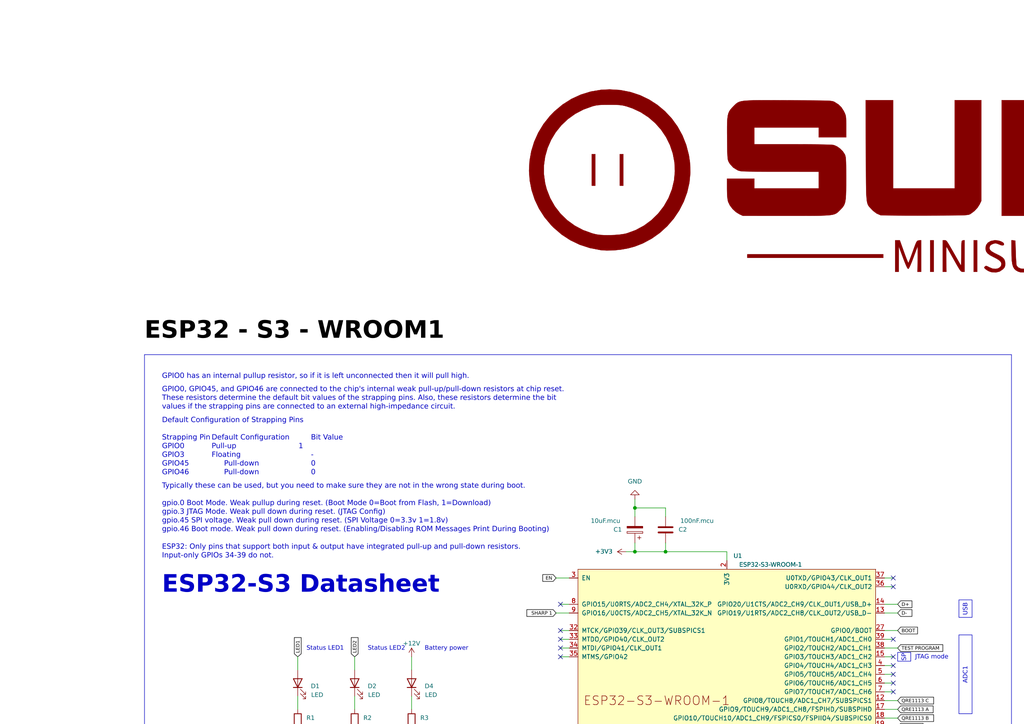
<source format=kicad_sch>
(kicad_sch (version 20231120) (generator "eeschema") (generator_version "8.0")
  (paper "A4")
  (title_block (title "SUMEC_MK_III") (company "SPŠ NA PROSEKU") (comment 1 "Made in Prague, Czech Republic") (comment 2 "CONTACT: Savva Popov, savva.popov.sp@gmail.com, +420 605 570 366") (comment 3 "Made by bismarx-v1") (comment 4 "SUMEC MK III aka SMD-V2 board"))
  (lib_symbols
    (symbol "Device:C" (pin_numbers hide) (pin_names (offset 0.254))
      (property "Reference" "C" (at 0.635 2.54 0))
      (property "Value" "C" (at 0.635 -2.54 0))
      (symbol "C_1_1"
        (pin passive line (at 0 3.81 270) (length 2.794) (name "~") (number "1"))
        (pin passive line (at 0 -3.81 90) (length 2.794) (name "~") (number "2"))
      )
    )
    (symbol "Device:C_Polarized" (pin_numbers hide) (pin_names (offset 0.254))
      (property "Reference" "C" (at 0.635 2.54 0))
      (property "Value" "C_Polarized" (at 0.635 -2.54 0))
      (symbol "C_Polarized_1_1"
        (pin passive line (at 0 3.81 270) (length 2.794) (name "~") (number "1"))
        (pin passive line (at 0 -3.81 90) (length 2.794) (name "~") (number "2"))
      )
    )
    (symbol "Device:D_Schottky" (pin_numbers hide) (pin_names (offset 1.016) hide)
      (property "Reference" "D" (at 0 2.54 0))
      (property "Value" "D_Schottky" (at 0 -2.54 0))
      (symbol "D_Schottky_1_1"
        (pin passive line (at -3.81 0 0) (length 2.54) (name "K") (number "1"))
        (pin passive line (at 3.81 0 180) (length 2.54) (name "A") (number "2"))
      )
    )
    (symbol "Device:LED" (pin_numbers hide) (pin_names (offset 1.016) hide)
      (property "Reference" "D" (at 0 2.54 0))
      (property "Value" "LED" (at 0 -2.54 0))
      (symbol "LED_1_1"
        (pin passive line (at -3.81 0 0) (length 2.54) (name "K") (number "1"))
        (pin passive line (at 3.81 0 180) (length 2.54) (name "A") (number "2"))
      )
    )
    (symbol "Device:R" (pin_numbers hide) (pin_names (offset 0))
      (property "Reference" "R" (at 2.032 0 90))
      (property "Value" "R" (at 0 0 90))
      (symbol "R_1_1"
        (pin passive line (at 0 3.81 270) (length 1.27) (name "~") (number "1"))
        (pin passive line (at 0 -3.81 90) (length 1.27) (name "~") (number "2"))
      )
    )
    (symbol "PCM_Espressif:ESP32-S3-WROOM-1" (pin_names (offset 1.016))
      (property "Reference" "U" (at -43.18 43.18 0))
      (property "Value" "ESP32-S3-WROOM-1" (at -43.18 40.64 0))
      (symbol "ESP32-S3-WROOM-1_0_0"
        (text "ESP32-S3-WROOM-1" (at -20.32 0 0) (effects (font (size 2.54 2.54))))
        (pin power_in line (at 0 -40.64 90) (length 2.54) (name "GND") (number "1"))
        (pin bidirectional line (at 45.72 -17.78 180) (length 2.54) (name "GPIO17/U1TXD/ADC2_CH6") (number "10"))
        (pin bidirectional line (at 45.72 -20.32 180) (length 2.54) (name "GPIO18/U1RXD/ADC2_CH7/CLK_OUT3") (number "11"))
        (pin bidirectional line (at 45.72 0 180) (length 2.54) (name "GPIO8/TOUCH8/ADC1_CH7/SUBSPICS1") (number "12"))
        (pin bidirectional line (at 45.72 25.4 180) (length 2.54) (name "GPIO19/U1RTS/ADC2_CH8/CLK_OUT2/USB_D-") (number "13"))
        (pin bidirectional line (at 45.72 27.94 180) (length 2.54) (name "GPIO20/U1CTS/ADC2_CH9/CLK_OUT1/USB_D+") (number "14"))
        (pin bidirectional line (at 45.72 12.7 180) (length 2.54) (name "GPIO3/TOUCH3/ADC1_CH2") (number "15"))
        (pin bidirectional line (at 45.72 -30.48 180) (length 2.54) (name "GPIO46") (number "16"))
        (pin bidirectional line (at 45.72 -2.54 180) (length 2.54) (name "GPIO9/TOUCH9/ADC1_CH8/FSPIHD/SUBSPIHD") (number "17"))
        (pin bidirectional line (at 45.72 -5.08 180) (length 2.54) (name "GPIO10/TOUCH10/ADC1_CH9/FSPICS0/FSPIIO4/SUBSPICS0") (number "18"))
        (pin bidirectional line (at 45.72 -7.62 180) (length 2.54) (name "GPIO11/TOUCH11/ADC2_CH0/FSPID/FSPIIO5/SUBSPID") (number "19"))
        (pin power_in line (at 0 40.64 270) (length 2.54) (name "3V3") (number "2"))
        (pin bidirectional line (at 45.72 -10.16 180) (length 2.54) (name "GPIO12/TOUCH12/ADC2_CH1/FSPICLK/FSPIIO6/SUBSPICLK") (number "20"))
        (pin bidirectional line (at 45.72 -12.7 180) (length 2.54) (name "GPIO13/TOUCH13/ADC2_CH2/FSPIQ/FSPIIO7/SUBSPIQ") (number "21"))
        (pin bidirectional line (at 45.72 -15.24 180) (length 2.54) (name "GPIO14/TOUCH14/ADC2_CH3/FSPIWP/FSPIDQS/SUBSPIWP") (number "22"))
        (pin bidirectional line (at 45.72 -22.86 180) (length 2.54) (name "GPIO21") (number "23"))
        (pin bidirectional line (at 45.72 -33.02 180) (length 2.54) (name "GPIO47/SPICLK_P/SUBSPICLK_P_DIFF") (number "24"))
        (pin bidirectional line (at 45.72 -35.56 180) (length 2.54) (name "GPIO48/SPICLK_N/SUBSPICLK_N_DIFF") (number "25"))
        (pin bidirectional line (at 45.72 -27.94 180) (length 2.54) (name "GPIO45") (number "26"))
        (pin bidirectional line (at 45.72 20.32 180) (length 2.54) (name "GPIO0/BOOT") (number "27"))
        (pin bidirectional line (at -45.72 -30.48 0) (length 2.54) (name "SPIIO6/GPIO35/FSPID/SUBSPID") (number "28"))
        (pin bidirectional line (at -45.72 -33.02 0) (length 2.54) (name "SPIIO7/GPIO36/FSPICLK/SUBSPICLK") (number "29"))
        (pin input line (at -45.72 35.56 0) (length 2.54) (name "EN") (number "3"))
        (pin bidirectional line (at -45.72 -35.56 0) (length 2.54) (name "SPIDQS/GPIO37/FSPIQ/SUBSPIQ") (number "30"))
        (pin bidirectional line (at 45.72 -25.4 180) (length 2.54) (name "GPIO38/FSPIWP/SUBSPIWP") (number "31"))
        (pin bidirectional line (at -45.72 20.32 0) (length 2.54) (name "MTCK/GPIO39/CLK_OUT3/SUBSPICS1") (number "32"))
        (pin bidirectional line (at -45.72 17.78 0) (length 2.54) (name "MTDO/GPIO40/CLK_OUT2") (number "33"))
        (pin bidirectional line (at -45.72 15.24 0) (length 2.54) (name "MTDI/GPIO41/CLK_OUT1") (number "34"))
        (pin bidirectional line (at -45.72 12.7 0) (length 2.54) (name "MTMS/GPIO42") (number "35"))
        (pin bidirectional line (at 45.72 33.02 180) (length 2.54) (name "U0RXD/GPIO44/CLK_OUT2") (number "36"))
        (pin bidirectional line (at 45.72 35.56 180) (length 2.54) (name "U0TXD/GPIO43/CLK_OUT1") (number "37"))
        (pin bidirectional line (at 45.72 15.24 180) (length 2.54) (name "GPIO2/TOUCH2/ADC1_CH1") (number "38"))
        (pin bidirectional line (at 45.72 17.78 180) (length 2.54) (name "GPIO1/TOUCH1/ADC1_CH0") (number "39"))
        (pin bidirectional line (at 45.72 10.16 180) (length 2.54) (name "GPIO4/TOUCH4/ADC1_CH3") (number "4"))
        (pin passive line (at 0 -40.64 90) (length 2.54) hide (name "GND") (number "40"))
        (pin passive line (at 0 -40.64 90) (length 2.54) hide (name "GND") (number "41"))
        (pin bidirectional line (at 45.72 7.62 180) (length 2.54) (name "GPIO5/TOUCH5/ADC1_CH4") (number "5"))
        (pin bidirectional line (at 45.72 5.08 180) (length 2.54) (name "GPIO6/TOUCH6/ADC1_CH5") (number "6"))
        (pin bidirectional line (at 45.72 2.54 180) (length 2.54) (name "GPIO7/TOUCH7/ADC1_CH6") (number "7"))
        (pin bidirectional line (at -45.72 27.94 0) (length 2.54) (name "GPIO15/U0RTS/ADC2_CH4/XTAL_32K_P") (number "8"))
        (pin bidirectional line (at -45.72 25.4 0) (length 2.54) (name "GPIO16/U0CTS/ADC2_CH5/XTAL_32K_N") (number "9"))
      )
    )
    (symbol "Switch:SW_Push" (pin_numbers hide) (pin_names (offset 1.016) hide)
      (property "Reference" "SW" (at 1.27 2.54 0))
      (property "Value" "SW_Push" (at 0 -1.524 0))
      (symbol "SW_Push_0_1"
        (pin passive line (at -5.08 0 0) (length 2.54) (name "1") (number "1"))
        (pin passive line (at 5.08 0 180) (length 2.54) (name "2") (number "2"))
      )
    )
    (symbol "logo:LOGO" (pin_names (offset 1.016)))
    (symbol "power:+12V" (power) (pin_names (offset 0))
      (property "Value" "+12V" (at 0 3.556 0))
      (symbol "+12V_1_1"
        (pin power_in line (at 0 0 90) (length 0) hide (name "+12V") (number "1"))
      )
    )
    (symbol "power:+3V3" (power) (pin_names (offset 0))
      (property "Value" "+3V3" (at 0 3.556 0))
      (symbol "+3V3_1_1"
        (pin power_in line (at 0 0 90) (length 0) hide (name "+3V3") (number "1"))
      )
    )
    (symbol "power:GND" (power) (pin_names (offset 0))
      (property "Value" "GND" (at 0 -3.81 0))
      (symbol "GND_1_1"
        (pin power_in line (at 0 0 270) (length 0) hide (name "GND") (number "1"))
      )
    )
    (symbol "sumec_library:DRV8874PWPR"
      (property "Reference" "IC" (at 31.75 7.62 0))
      (property "Value" "DRV8874PWPR" (at 31.75 5.08 0))
      (symbol "DRV8874PWPR_1_1"
        (pin passive line (at 0 0 0) (length 5.08) (name "EN/IN1") (number "1"))
        (pin passive line (at 35.56 -15.24 180) (length 5.08) (name "OUT2") (number "10"))
        (pin passive line (at 35.56 -12.7 180) (length 5.08) (name "VM") (number "11"))
        (pin passive line (at 35.56 -10.16 180) (length 5.08) (name "VCP") (number "12"))
        (pin passive line (at 35.56 -7.62 180) (length 5.08) (name "CPH") (number "13"))
        (pin passive line (at 35.56 -5.08 180) (length 5.08) (name "CPL") (number "14"))
        (pin passive line (at 35.56 -2.54 180) (length 5.08) (name "GND") (number "15"))
        (pin passive line (at 35.56 0 180) (length 5.08) (name "PMODE") (number "16"))
        (pin passive line (at 17.78 -30.48 90) (length 5.08) (name "EP") (number "17"))
        (pin passive line (at 0 -2.54 0) (length 5.08) (name "PH/IN2") (number "2"))
        (pin passive line (at 0 -5.08 0) (length 5.08) (name "NSLEEP") (number "3"))
        (pin passive line (at 0 -7.62 0) (length 5.08) (name "NFAULT") (number "4"))
        (pin passive line (at 0 -10.16 0) (length 5.08) (name "VREF") (number "5"))
        (pin passive line (at 0 -12.7 0) (length 5.08) (name "IPROPI") (number "6"))
        (pin passive line (at 0 -15.24 0) (length 5.08) (name "IMODE") (number "7"))
        (pin passive line (at 0 -17.78 0) (length 5.08) (name "OUT1") (number "8"))
        (pin passive line (at 35.56 -17.78 180) (length 5.08) (name "PGND") (number "9"))
      )
    )
    (symbol "sumec_library:TYPE-C-31-M-12" (pin_names (offset 1.016))
      (property "Reference" "J" (at -12.7 13.462 0))
      (property "Value" "TYPE-C-31-M-12" (at -12.7 -13.462 0))
      (symbol "TYPE-C-31-M-12_0_0"
        (pin power_in line (at 17.78 -10.16 180) (length 5.08) (name "GND") (number "A1_B12"))
        (pin power_in line (at 17.78 10.16 180) (length 5.08) (name "VBUS") (number "A4_B9"))
        (pin bidirectional line (at -17.78 5.08 0) (length 5.08) (name "CC1") (number "A5"))
        (pin bidirectional line (at -17.78 2.54 0) (length 5.08) (name "DP1") (number "A6"))
        (pin bidirectional line (at -17.78 0 0) (length 5.08) (name "DN1") (number "A7"))
        (pin bidirectional line (at -17.78 -2.54 0) (length 5.08) (name "SBU1") (number "A8"))
        (pin power_in line (at 17.78 -10.16 180) (length 5.08) (name "GND") (number "B1_A12"))
        (pin power_in line (at 17.78 10.16 180) (length 5.08) (name "VBUS") (number "B4_A9"))
        (pin bidirectional line (at 17.78 -2.54 180) (length 5.08) (name "CC2") (number "B5"))
        (pin bidirectional line (at 17.78 0 180) (length 5.08) (name "DP2") (number "B6"))
        (pin bidirectional line (at 17.78 2.54 180) (length 5.08) (name "DN2") (number "B7"))
        (pin bidirectional line (at 17.78 5.08 180) (length 5.08) (name "SBU2") (number "B8"))
        (pin passive line (at 17.78 -7.62 180) (length 5.08) (name "SHIELD") (number "S1"))
        (pin passive line (at 17.78 -7.62 180) (length 5.08) (name "SHIELD") (number "S2"))
        (pin passive line (at 17.78 -7.62 180) (length 5.08) (name "SHIELD") (number "S3"))
        (pin passive line (at 17.78 -7.62 180) (length 5.08) (name "SHIELD") (number "S4"))
      )
    )
    (symbol "sumec_library:USBLC6-2SC6" (pin_names (offset 1.016))
      (property "Reference" "U" (at -15.2693 17.8093 0))
      (property "Value" "USBLC6-2SC6" (at -15.2559 -17.7959 0))
      (symbol "USBLC6-2SC6_0_0"
        (pin bidirectional line (at -20.32 12.7 0) (length 5.08) (name "~") (number "1"))
        (pin power_in line (at -20.32 0 0) (length 5.08) (name "~") (number "2"))
        (pin bidirectional line (at -20.32 -12.7 0) (length 5.08) (name "~") (number "3"))
        (pin bidirectional line (at 20.32 -12.7 180) (length 5.08) (name "~") (number "4"))
        (pin power_in line (at 20.32 0 180) (length 5.08) (name "~") (number "5"))
        (pin bidirectional line (at 20.32 12.7 180) (length 5.08) (name "~") (number "6"))
      )
    )
  )
  (junction (at 199.39 334.01))
  (junction (at 232.41 303.53))
  (junction (at 246.38 303.53))
  (junction (at 193.04 160.02))
  (junction (at 236.22 358.14))
  (junction (at 238.76 314.96))
  (junction (at 243.84 346.71))
  (junction (at 218.44 303.53))
  (junction (at 229.87 346.71))
  (junction (at 184.15 147.32))
  (junction (at 218.44 346.71))
  (junction (at 516.89 139.7))
  (junction (at 412.75 149.86))
  (junction (at 199.39 290.83))
  (junction (at 508 222.25))
  (junction (at 472.44 222.25))
  (junction (at 495.3 228.6))
  (junction (at 485.14 228.6))
  (junction (at 184.15 160.02))
  (no_connect (at 457.2 142.24))
  (no_connect (at 420.37 134.62))
  (no_connect (at 162.56 182.88))
  (no_connect (at 259.08 198.12))
  (no_connect (at 259.08 233.68))
  (no_connect (at 162.56 187.96))
  (no_connect (at 161.29 346.71))
  (no_connect (at 259.08 167.64))
  (no_connect (at 259.08 200.66))
  (no_connect (at 420.37 142.24))
  (no_connect (at 161.29 344.17))
  (no_connect (at 259.08 190.5))
  (no_connect (at 161.29 306.07))
  (no_connect (at 162.56 238.76))
  (no_connect (at 161.29 349.25))
  (no_connect (at 161.29 300.99))
  (no_connect (at 161.29 303.53))
  (no_connect (at 259.08 170.18))
  (no_connect (at 161.29 341.63))
  (no_connect (at 162.56 190.5))
  (no_connect (at 457.2 134.62))
  (no_connect (at 162.56 236.22))
  (no_connect (at 162.56 175.26))
  (no_connect (at 161.29 298.45))
  (no_connect (at 259.08 185.42))
  (no_connect (at 259.08 231.14))
  (no_connect (at 162.56 185.42))
  (no_connect (at 259.08 193.04))
  (no_connect (at 259.08 195.58))
  (wire (pts (xy 420.37 139.7) (xy 421.64 139.7)))
  (wire (pts (xy 259.08 233.68) (xy 256.54 233.68)))
  (polyline (pts (xy 41.91 280.67) (xy 41.91 373.38)))
  (wire (pts (xy 236.22 360.68) (xy 236.22 358.14)))
  (wire (pts (xy 161.29 300.99) (xy 162.56 300.99)))
  (wire (pts (xy 238.76 317.5) (xy 238.76 314.96)))
  (wire (pts (xy 412.75 152.4) (xy 412.75 149.86)))
  (wire (pts (xy 256.54 187.96) (xy 260.35 187.96)))
  (wire (pts (xy 218.44 346.71) (xy 229.87 346.71)))
  (polyline (pts (xy 530.86 265.43) (xy 350.52 265.43)))
  (wire (pts (xy 199.39 334.01) (xy 199.39 336.55)))
  (wire (pts (xy 256.54 205.74) (xy 260.35 205.74)))
  (wire (pts (xy 256.54 185.42) (xy 259.08 185.42)))
  (wire (pts (xy 256.54 208.28) (xy 260.35 208.28)))
  (polyline (pts (xy 350.52 172.72) (xy 530.86 172.72)))
  (wire (pts (xy 162.56 175.26) (xy 165.1 175.26)))
  (wire (pts (xy 161.29 306.07) (xy 162.56 306.07)))
  (wire (pts (xy 256.54 210.82) (xy 260.35 210.82)))
  (wire (pts (xy 86.36 190.5) (xy 86.36 194.31)))
  (wire (pts (xy 256.54 223.52) (xy 260.35 223.52)))
  (polyline (pts (xy 350.52 190.5) (xy 350.52 265.43)))
  (wire (pts (xy 472.44 222.25) (xy 473.71 222.25)))
  (wire (pts (xy 161.29 349.25) (xy 162.56 349.25)))
  (wire (pts (xy 259.08 231.14) (xy 256.54 231.14)))
  (wire (pts (xy 217.17 344.17) (xy 218.44 344.17)))
  (wire (pts (xy 203.2 290.83) (xy 199.39 290.83)))
  (wire (pts (xy 232.41 303.53) (xy 232.41 306.07)))
  (wire (pts (xy 161.29 295.91) (xy 162.56 295.91)))
  (wire (pts (xy 458.47 139.7) (xy 457.2 139.7)))
  (wire (pts (xy 193.04 147.32) (xy 184.15 147.32)))
  (wire (pts (xy 256.54 175.26) (xy 260.35 175.26)))
  (wire (pts (xy 198.12 295.91) (xy 201.93 295.91)))
  (wire (pts (xy 161.29 346.71) (xy 162.56 346.71)))
  (wire (pts (xy 412.75 149.86) (xy 421.64 149.86)))
  (wire (pts (xy 160.02 233.68) (xy 165.1 233.68)))
  (wire (pts (xy 256.54 200.66) (xy 259.08 200.66)))
  (wire (pts (xy 464.82 127) (xy 466.09 127)))
  (wire (pts (xy 161.29 344.17) (xy 162.56 344.17)))
  (wire (pts (xy 472.44 222.25) (xy 472.44 228.6)))
  (wire (pts (xy 259.08 195.58) (xy 256.54 195.58)))
  (wire (pts (xy 198.12 298.45) (xy 210.82 298.45)))
  (wire (pts (xy 198.12 339.09) (xy 201.93 339.09)))
  (wire (pts (xy 210.82 295.91) (xy 209.55 295.91)))
  (wire (pts (xy 102.87 190.5) (xy 102.87 194.31)))
  (wire (pts (xy 508 222.25) (xy 513.08 222.25)))
  (wire (pts (xy 119.38 213.36) (xy 119.38 218.44)))
  (polyline (pts (xy 293.37 280.67) (xy 293.37 373.38)))
  (wire (pts (xy 259.08 190.5) (xy 256.54 190.5)))
  (wire (pts (xy 193.04 160.02) (xy 193.04 157.48)))
  (wire (pts (xy 162.56 236.22) (xy 165.1 236.22)))
  (wire (pts (xy 256.54 203.2) (xy 260.35 203.2)))
  (wire (pts (xy 198.12 334.01) (xy 199.39 334.01)))
  (wire (pts (xy 161.29 336.55) (xy 162.56 336.55)))
  (polyline (pts (xy 293.37 102.87) (xy 293.37 265.43)))
  (wire (pts (xy 485.14 231.14) (xy 485.14 228.6)))
  (wire (pts (xy 86.36 201.93) (xy 86.36 205.74)))
  (wire (pts (xy 236.22 358.14) (xy 229.87 358.14)))
  (wire (pts (xy 198.12 290.83) (xy 199.39 290.83)))
  (wire (pts (xy 256.54 218.44) (xy 260.35 218.44)))
  (wire (pts (xy 161.29 298.45) (xy 162.56 298.45)))
  (wire (pts (xy 259.08 193.04) (xy 256.54 193.04)))
  (wire (pts (xy 495.3 222.25) (xy 495.3 228.6)))
  (wire (pts (xy 218.44 300.99) (xy 218.44 303.53)))
  (wire (pts (xy 243.84 346.71) (xy 243.84 349.25)))
  (wire (pts (xy 256.54 170.18) (xy 259.08 170.18)))
  (wire (pts (xy 184.15 147.32) (xy 184.15 144.78)))
  (wire (pts (xy 86.36 213.36) (xy 86.36 218.44)))
  (wire (pts (xy 420.37 134.62) (xy 421.64 134.62)))
  (wire (pts (xy 198.12 303.53) (xy 218.44 303.53)))
  (wire (pts (xy 199.39 290.83) (xy 199.39 293.37)))
  (wire (pts (xy 162.56 190.5) (xy 165.1 190.5)))
  (wire (pts (xy 246.38 314.96) (xy 246.38 313.69)))
  (wire (pts (xy 508 222.25) (xy 506.73 222.25)))
  (polyline (pts (xy 530.86 190.5) (xy 530.86 265.43)))
  (wire (pts (xy 199.39 293.37) (xy 198.12 293.37)))
  (wire (pts (xy 256.54 213.36) (xy 260.35 213.36)))
  (wire (pts (xy 495.3 231.14) (xy 495.3 228.6)))
  (wire (pts (xy 210.82 160.02) (xy 193.04 160.02)))
  (wire (pts (xy 495.3 228.6) (xy 497.84 228.6)))
  (wire (pts (xy 162.56 187.96) (xy 165.1 187.96)))
  (wire (pts (xy 217.17 300.99) (xy 218.44 300.99)))
  (wire (pts (xy 256.54 236.22) (xy 260.35 236.22)))
  (wire (pts (xy 515.62 127) (xy 516.89 127)))
  (wire (pts (xy 260.35 226.06) (xy 256.54 226.06)))
  (polyline (pts (xy 350.52 190.5) (xy 530.86 190.5)))
  (wire (pts (xy 184.15 160.02) (xy 184.15 157.48)))
  (wire (pts (xy 508 222.25) (xy 508 228.6)))
  (polyline (pts (xy 41.91 102.87) (xy 293.37 102.87)))
  (wire (pts (xy 256.54 220.98) (xy 260.35 220.98)))
  (wire (pts (xy 473.71 139.7) (xy 474.98 139.7)))
  (wire (pts (xy 184.15 160.02) (xy 181.61 160.02)))
  (wire (pts (xy 260.35 182.88) (xy 256.54 182.88)))
  (wire (pts (xy 210.82 245.11) (xy 210.82 243.84)))
  (wire (pts (xy 256.54 177.8) (xy 260.35 177.8)))
  (wire (pts (xy 229.87 346.71) (xy 229.87 349.25)))
  (wire (pts (xy 472.44 218.44) (xy 472.44 222.25)))
  (wire (pts (xy 161.29 290.83) (xy 162.56 290.83)))
  (wire (pts (xy 246.38 303.53) (xy 232.41 303.53)))
  (wire (pts (xy 198.12 344.17) (xy 209.55 344.17)))
  (wire (pts (xy 260.35 228.6) (xy 256.54 228.6)))
  (wire (pts (xy 119.38 201.93) (xy 119.38 205.74)))
  (wire (pts (xy 193.04 160.02) (xy 184.15 160.02)))
  (wire (pts (xy 161.29 334.01) (xy 162.56 334.01)))
  (polyline (pts (xy 41.91 280.67) (xy 293.37 280.67)))
  (wire (pts (xy 198.12 300.99) (xy 209.55 300.99)))
  (wire (pts (xy 473.71 127) (xy 474.98 127)))
  (wire (pts (xy 505.46 228.6) (xy 508 228.6)))
  (wire (pts (xy 210.82 160.02) (xy 210.82 162.56)))
  (wire (pts (xy 161.29 303.53) (xy 162.56 303.53)))
  (wire (pts (xy 180.34 365.76) (xy 180.34 364.49)))
  (wire (pts (xy 420.37 137.16) (xy 421.64 137.16)))
  (wire (pts (xy 198.12 341.63) (xy 210.82 341.63)))
  (wire (pts (xy 485.14 222.25) (xy 485.14 228.6)))
  (wire (pts (xy 210.82 295.91) (xy 210.82 298.45)))
  (wire (pts (xy 516.89 152.4) (xy 515.62 152.4)))
  (wire (pts (xy 161.29 177.8) (xy 165.1 177.8)))
  (wire (pts (xy 232.41 314.96) (xy 232.41 313.69)))
  (wire (pts (xy 466.09 222.25) (xy 472.44 222.25)))
  (wire (pts (xy 250.19 346.71) (xy 243.84 346.71)))
  (wire (pts (xy 193.04 149.86) (xy 193.04 147.32)))
  (polyline (pts (xy 41.91 102.87) (xy 41.91 265.43)))
  (wire (pts (xy 180.34 322.58) (xy 180.34 321.31)))
  (wire (pts (xy 243.84 346.71) (xy 229.87 346.71)))
  (polyline (pts (xy 530.86 172.72) (xy 530.86 102.87)))
  (wire (pts (xy 210.82 339.09) (xy 210.82 341.63)))
  (wire (pts (xy 518.16 139.7) (xy 516.89 139.7)))
  (wire (pts (xy 162.56 185.42) (xy 165.1 185.42)))
  (polyline (pts (xy 293.37 373.38) (xy 41.91 373.38)))
  (wire (pts (xy 161.29 167.64) (xy 165.1 167.64)))
  (wire (pts (xy 464.82 152.4) (xy 466.09 152.4)))
  (wire (pts (xy 198.12 346.71) (xy 218.44 346.71)))
  (wire (pts (xy 161.29 339.09) (xy 162.56 339.09)))
  (wire (pts (xy 199.39 336.55) (xy 198.12 336.55)))
  (wire (pts (xy 495.3 222.25) (xy 496.57 222.25)))
  (wire (pts (xy 256.54 238.76) (xy 260.35 238.76)))
  (wire (pts (xy 458.47 137.16) (xy 457.2 137.16)))
  (wire (pts (xy 256.54 215.9) (xy 260.35 215.9)))
  (wire (pts (xy 102.87 213.36) (xy 102.87 218.44)))
  (wire (pts (xy 218.44 303.53) (xy 232.41 303.53)))
  (wire (pts (xy 246.38 303.53) (xy 246.38 306.07)))
  (wire (pts (xy 420.37 142.24) (xy 421.64 142.24)))
  (wire (pts (xy 236.22 358.14) (xy 243.84 358.14)))
  (wire (pts (xy 474.98 228.6) (xy 472.44 228.6)))
  (wire (pts (xy 420.37 129.54) (xy 421.64 129.54)))
  (wire (pts (xy 243.84 358.14) (xy 243.84 356.87)))
  (wire (pts (xy 256.54 198.12) (xy 259.08 198.12)))
  (wire (pts (xy 485.14 228.6) (xy 482.6 228.6)))
  (polyline (pts (xy 350.52 102.87) (xy 350.52 172.72)))
  (wire (pts (xy 162.56 182.88) (xy 165.1 182.88)))
  (wire (pts (xy 238.76 314.96) (xy 246.38 314.96)))
  (wire (pts (xy 229.87 358.14) (xy 229.87 356.87)))
  (polyline (pts (xy 350.52 102.87) (xy 530.86 102.87)))
  (wire (pts (xy 252.73 303.53) (xy 246.38 303.53)))
  (wire (pts (xy 203.2 334.01) (xy 199.39 334.01)))
  (wire (pts (xy 256.54 167.64) (xy 259.08 167.64)))
  (wire (pts (xy 210.82 339.09) (xy 209.55 339.09)))
  (wire (pts (xy 184.15 149.86) (xy 184.15 147.32)))
  (polyline (pts (xy 293.37 265.43) (xy 41.91 265.43)))
  (wire (pts (xy 119.38 190.5) (xy 119.38 194.31)))
  (wire (pts (xy 472.44 210.82) (xy 472.44 209.55)))
  (wire (pts (xy 161.29 293.37) (xy 162.56 293.37)))
  (wire (pts (xy 516.89 139.7) (xy 515.62 139.7)))
  (wire (pts (xy 238.76 314.96) (xy 232.41 314.96)))
  (wire (pts (xy 412.75 147.32) (xy 412.75 149.86)))
  (wire (pts (xy 473.71 152.4) (xy 474.98 152.4)))
  (wire (pts (xy 485.14 222.25) (xy 483.87 222.25)))
  (wire (pts (xy 161.29 341.63) (xy 162.56 341.63)))
  (wire (pts (xy 516.89 140.97) (xy 516.89 139.7)))
  (wire (pts (xy 411.48 129.54) (xy 412.75 129.54)))
  (wire (pts (xy 218.44 344.17) (xy 218.44 346.71)))
  (wire (pts (xy 162.56 238.76) (xy 165.1 238.76)))
  (wire (pts (xy 102.87 201.93) (xy 102.87 205.74)))
  (wire (pts (xy 412.75 147.32) (xy 414.02 147.32)))
  (text_box "SP" (at 260.35 229.87 90) (size 3.81 5.08) (effects (font (size 1.27 1.27))))
  (text_box "ADC1" (at 278.13 184.15 90) (size 3.81 22.86) (effects (font (size 1.27 1.27))))
  (text_box "USB" (at 278.13 173.99 90) (size 3.81 5.08) (effects (font (size 1.27 1.27))))
  (text_box "SP" (at 260.35 189.23 90) (size 3.81 2.54) (effects (font (size 1.27 1.27))))
  (text_box "I2C" (at 278.13 219.71 90) (size 3.81 5.08) (effects (font (size 1.27 1.27))))
  (text "0.1-µF bypass capacitor to ground, as well as\nsufficient Bulk Capacitance rated for VM" (at 83.82 332.74 0) (effects (font (size 1.27 1.27)) (justify left bottom)))
  (text "SPI voltage" (at 265.43 232.41 0) (effects (font (size 1.27 1.27)) (justify left bottom)))
  (text "Enable (EN) is the 3.3V regulator’s enable pin. It’s\npulled up, so connect to ground to disable the 3.3V\nregulator. This means that you can use this pin\nconnected to a pushbutton to restart your ESP32, for\nexample." (at 354.33 243.84 0) (effects (font (size 2 2)) (justify left bottom)))
  (text "USB CONNECTOR" (at 426.72 154.94 0) (effects (font (size 1.27 1.27)) (justify left bottom)))
  (text "Status LED2" (at 106.68 189.23 0) (effects (font (size 1.27 1.27)) (justify left bottom)))
  (text "Sleep mode input. Logic high to enable device. \nLogic low to enter low-power sleep mode." (at 83.82 327.66 0) (effects (font (size 1.27 1.27)) (justify left bottom)))
  (text "USB Type-C Connector\n\n" (at 356.87 114.3 0) (effects (font (size 2 2) (thickness 0.4) (bold yes)) (justify left bottom)))
  (text "GPIO0, GPIO45, and GPIO46 are connected to the chip's internal weak pull-up/pull-down resistors at chip reset.\nThese resistors determine the default bit values of the strapping pins. Also, these resistors determine the bit\nvalues if the strapping pins are connected to an external high-impedance circuit." (at 46.99 119.38 0) (effects (font (size 1.5 1.5)) (justify left bottom)))
  (text "E-Pad" (at 182.88 321.31 0) (effects (font (size 1.27 1.27)) (justify left bottom)))
  (text "Overcurrent protection - Current regulation" (at 83.82 337.82 0) (effects (font (size 1.27 1.27)) (justify left bottom)))
  (text "ENABLE" (at 482.6 213.36 0) (effects (font (size 1.27 1.27) (thickness 0.254) (bold yes)) (justify right bottom)))
  (text "Analog current output propotaional to load current." (at 83.82 335.28 0) (effects (font (size 1.27 1.27)) (justify left bottom)))
  (text "GPIO	USB\n20		D+ (green)\n19		D- (white)\nGND		GND (black)\nNC		+5V (red)" (at 356.87 146.05 0) (effects (font (size 2 2)) (justify left bottom)))
  (text "H-BRIDGE / DRIVER" (at 41.91 279.4 0) (effects (font (size 5 5) (bold yes)) (justify left bottom)))
  (text "Status LED1" (at 88.9 189.23 0) (effects (font (size 1.27 1.27)) (justify left bottom)))
  (text "H-bridge control input mode." (at 83.82 322.58 0) (effects (font (size 1.27 1.27)) (justify left bottom)))
  (text "BOOT mode" (at 265.43 234.95 0) (effects (font (size 1.27 1.27)) (justify left bottom)))
  (text "If the device does not support the auto download mode,\nyou need to get into the download mode manually. \nTo do so, press and hold the BOOT button and then press \nthe RESET button once. After that release the BOOT button." (at 354.33 217.17 0) (effects (font (size 2 2)) (justify left bottom)))
  (text "* Strapping Pins = SP" (at 232.41 245.11 0) (effects (font (size 1.27 1.27) (thickness 0.254) (bold yes)) (justify left bottom)))
  (text "Battery power" (at 123.19 189.23 0) (effects (font (size 1.27 1.27)) (justify left bottom)))
  (text "ESP32 - S3 - WROOM1" (at 41.91 100.33 0) (effects (font (size 5 5) (bold yes)) (justify left bottom)))
  (text "Default Configuration of Strapping Pins\n\nStrapping Pin	Default Configuration		Bit Value\nGPIO0 			Pull-up						1\nGPIO3			Floating						-\nGPIO45			Pull-down					0\nGPIO46			Pull-down					0" (at 46.99 138.43 0) (effects (font (size 1.5 1.5)) (justify left bottom)))
  (text "JTAG mode" (at 265.43 191.77 0) (effects (font (size 1.27 1.27)) (justify left bottom)))
  (text "PUSH BUTTONS" (at 350.52 189.23 0) (effects (font (size 5 5) (bold yes)) (justify left bottom)))
  (text "GPIO0 has an internal pullup resistor, so if it is left unconnected then it will pull high." (at 46.99 110.49 0) (effects (font (size 1.5 1.5)) (justify left bottom)))
  (text "E-Pad" (at 182.88 364.49 0) (effects (font (size 1.27 1.27)) (justify left bottom)))
  (text "ESD PROTECTION" (at 480.06 157.48 0) (effects (font (size 1.27 1.27)) (justify left bottom)))
  (text "Buttons for BOOT and ENABLE functions." (at 354.33 201.93 0) (effects (font (size 2 2) (thickness 0.4) (bold yes)) (justify left bottom)))
  (text "Typically these can be used, but you need to make sure they are not in the wrong state during boot.\n\ngpio.0 Boot Mode. Weak pullup during reset. (Boot Mode 0=Boot from Flash, 1=Download)\ngpio.3 JTAG Mode. Weak pull down during reset. (JTAG Config)\ngpio.45 SPI voltage. Weak pull down during reset. (SPI Voltage 0=3.3v 1=1.8v)\ngpio.46 Boot mode. Weak pull down during reset. (Enabling/Disabling ROM Messages Print During Booting)" (at 46.99 154.94 0) (effects (font (size 1.5 1.5)) (justify left bottom)))
  (text "ESP32: Only pins that support both input & output have integrated pull-up and pull-down resistors. \nInput-only GPIOs 34-39 do not." (at 46.99 162.56 0) (effects (font (size 1.5 1.5)) (justify left bottom)))
  (text "ESP32-S3 Datasheet" (at 46.99 173.99 0) (effects (font (size 5 5) (thickness 1) (bold yes)) (justify left bottom)))
  (text "EN=RESET, BOOT=bootloader mode" (at 354.33 226.06 0) (effects (font (size 2 2) (thickness 0.4) (bold yes)) (justify left bottom)))
  (text "USB" (at 350.52 101.6 0) (effects (font (size 5 5) (bold yes)) (justify left bottom)))
  (text "Data transfer USB connector connected\nto ESP32 using CDC method" (at 356.87 119.38 0) (effects (font (size 2 2) (thickness 0.254) (bold yes)) (justify left bottom)))
  (text "BOOT" (at 499.11 213.36 0) (effects (font (size 1.27 1.27) (bold yes)) (justify left bottom)))
  (text "(nFault)Fault indicator output. Pulled low during a fault condition. \nConnect an external pullup resistor\nfor open-drain operation." (at 83.82 317.5 0) (effects (font (size 1.27 1.27)) (justify left bottom)))
  (global_label "QRE1113 B" (shape input) (at 260.35 208.28 0) (effects (font (size 1 1))) (property "Intersheetrefs" "${INTERSHEET_REFS}" (effects (hide yes))))
  (global_label "D- IN" (shape input) (at 464.82 152.4 180) (effects (font (size 1 1))) (property "Intersheetrefs" "${INTERSHEET_REFS}" (effects (hide yes))))
  (global_label "IN2" (shape input) (at 161.29 336.55 180) (effects (font (size 1 1))) (property "Intersheetrefs" "${INTERSHEET_REFS}" (effects (hide yes))))
  (global_label "OUT 2B" (shape input) (at 198.12 349.25 0) (effects (font (size 1 1))) (property "Intersheetrefs" "${INTERSHEET_REFS}" (effects (hide yes))))
  (global_label "LED1" (shape input) (at 86.36 190.5 90) (effects (font (size 1 1))) (property "Intersheetrefs" "${INTERSHEET_REFS}" (effects (hide yes))))
  (global_label "TEST PROGRAM" (shape input) (at 260.35 187.96 0) (effects (font (size 1 1))) (property "Intersheetrefs" "${INTERSHEET_REFS}" (effects (hide yes))))
  (global_label "SDA" (shape input) (at 260.35 223.52 0) (effects (font (size 1 1))) (property "Intersheetrefs" "${INTERSHEET_REFS}" (effects (hide yes))))
  (global_label "PWM2" (shape input) (at 260.35 226.06 0) (effects (font (size 1 1))) (property "Intersheetrefs" "${INTERSHEET_REFS}" (effects (hide yes))))
  (global_label "D+ IN" (shape input) (at 420.37 139.7 180) (effects (font (size 1 1))) (property "Intersheetrefs" "${INTERSHEET_REFS}" (effects (hide yes))))
  (global_label "D+" (shape input) (at 260.35 175.26 0) (effects (font (size 1 1))) (property "Intersheetrefs" "${INTERSHEET_REFS}" (effects (hide yes))))
  (global_label "QRE1113 A" (shape input) (at 260.35 205.74 0) (effects (font (size 1 1))) (property "Intersheetrefs" "${INTERSHEET_REFS}" (effects (hide yes))))
  (global_label "OUT 2A" (shape input) (at 162.56 351.79 180) (effects (font (size 1 1))) (property "Intersheetrefs" "${INTERSHEET_REFS}" (effects (hide yes))))
  (global_label "SCL" (shape input) (at 260.35 220.98 0) (effects (font (size 1 1))) (property "Intersheetrefs" "${INTERSHEET_REFS}" (effects (hide yes))))
  (global_label "LED1" (shape input) (at 260.35 236.22 0) (effects (font (size 1 1))) (property "Intersheetrefs" "${INTERSHEET_REFS}" (effects (hide yes))))
  (global_label "LED2" (shape input) (at 260.35 238.76 0) (effects (font (size 1 1))) (property "Intersheetrefs" "${INTERSHEET_REFS}" (effects (hide yes))))
  (global_label "EN" (shape input) (at 161.29 167.64 180) (effects (font (size 1 1))) (property "Intersheetrefs" "${INTERSHEET_REFS}" (effects (hide yes))))
  (global_label "D+" (shape input) (at 516.89 127 0) (effects (font (size 1 1))) (property "Intersheetrefs" "${INTERSHEET_REFS}" (effects (hide yes))))
  (global_label "PWM2" (shape input) (at 161.29 334.01 180) (effects (font (size 1 1))) (property "Intersheetrefs" "${INTERSHEET_REFS}" (effects (hide yes))))
  (global_label "BOOT" (shape input) (at 513.08 222.25 0) (effects (font (size 1 1))) (property "Intersheetrefs" "${INTERSHEET_REFS}" (effects (hide yes))))
  (global_label "SHARP 1" (shape input) (at 161.29 177.8 180) (effects (font (size 1 1))) (property "Intersheetrefs" "${INTERSHEET_REFS}" (effects (hide yes))))
  (global_label "nSLEEP" (shape input) (at 161.29 295.91 180) (effects (font (size 1 1))) (property "Intersheetrefs" "${INTERSHEET_REFS}" (effects (hide yes))))
  (global_label "EN" (shape input) (at 466.09 222.25 180) (effects (font (size 1 1))) (property "Intersheetrefs" "${INTERSHEET_REFS}" (effects (hide yes))))
  (global_label "D- IN" (shape input) (at 458.47 139.7 0) (effects (font (size 1 1))) (property "Intersheetrefs" "${INTERSHEET_REFS}" (effects (hide yes))))
  (global_label "PWM1" (shape input) (at 260.35 218.44 0) (effects (font (size 1 1))) (property "Intersheetrefs" "${INTERSHEET_REFS}" (effects (hide yes))))
  (global_label "D- IN" (shape input) (at 420.37 137.16 180) (effects (font (size 1 1))) (property "Intersheetrefs" "${INTERSHEET_REFS}" (effects (hide yes))))
  (global_label "PWM1" (shape input) (at 161.29 290.83 180) (effects (font (size 1 1))) (property "Intersheetrefs" "${INTERSHEET_REFS}" (effects (hide yes))))
  (global_label "QRE1113 C" (shape input) (at 260.35 203.2 0) (effects (font (size 1 1))) (property "Intersheetrefs" "${INTERSHEET_REFS}" (effects (hide yes))))
  (global_label "IN1" (shape input) (at 260.35 213.36 0) (effects (font (size 1 1))) (property "Intersheetrefs" "${INTERSHEET_REFS}" (effects (hide yes))))
  (global_label "BOOT" (shape input) (at 260.35 182.88 0) (effects (font (size 1 1))) (property "Intersheetrefs" "${INTERSHEET_REFS}" (effects (hide yes))))
  (global_label "nSLEEP" (shape input) (at 260.35 210.82 0) (effects (font (size 1 1))) (property "Intersheetrefs" "${INTERSHEET_REFS}" (effects (hide yes))))
  (global_label "OUT 1B" (shape input) (at 198.12 306.07 0) (effects (font (size 1 1))) (property "Intersheetrefs" "${INTERSHEET_REFS}" (effects (hide yes))))
  (global_label "D-" (shape input) (at 516.89 152.4 0) (effects (font (size 1 1))) (property "Intersheetrefs" "${INTERSHEET_REFS}" (effects (hide yes))))
  (global_label "VBUS 5V" (shape input) (at 518.16 139.7 0) (effects (font (size 1 1))) (property "Intersheetrefs" "${INTERSHEET_REFS}" (effects (hide yes))))
  (global_label "OUT 1A" (shape input) (at 162.56 308.61 180) (effects (font (size 1 1))) (property "Intersheetrefs" "${INTERSHEET_REFS}" (effects (hide yes))))
  (global_label "LED2" (shape input) (at 102.87 190.5 90) (effects (font (size 1 1))) (property "Intersheetrefs" "${INTERSHEET_REFS}" (effects (hide yes))))
  (global_label "nSLEEP" (shape input) (at 161.29 339.09 180) (effects (font (size 1 1))) (property "Intersheetrefs" "${INTERSHEET_REFS}" (effects (hide yes))))
  (global_label "D+ IN" (shape input) (at 464.82 127 180) (effects (font (size 1 1))) (property "Intersheetrefs" "${INTERSHEET_REFS}" (effects (hide yes))))
  (global_label "VBUS 5V" (shape input) (at 411.48 129.54 180) (effects (font (size 1 1))) (property "Intersheetrefs" "${INTERSHEET_REFS}" (effects (hide yes))))
  (global_label "IN1" (shape input) (at 161.29 293.37 180) (effects (font (size 1 1))) (property "Intersheetrefs" "${INTERSHEET_REFS}" (effects (hide yes))))
  (global_label "D+ IN" (shape input) (at 458.47 137.16 0) (effects (font (size 1 1))) (property "Intersheetrefs" "${INTERSHEET_REFS}" (effects (hide yes))))
  (global_label "D-" (shape input) (at 260.35 177.8 0) (effects (font (size 1 1))) (property "Intersheetrefs" "${INTERSHEET_REFS}" (effects (hide yes))))
  (global_label "IN2" (shape input) (at 260.35 215.9 0) (effects (font (size 1 1))) (property "Intersheetrefs" "${INTERSHEET_REFS}" (effects (hide yes))))
  (global_label "IR MODULE" (shape input) (at 260.35 228.6 0) (effects (font (size 1 1))) (property "Intersheetrefs" "${INTERSHEET_REFS}" (effects (hide yes))))
  (global_label "SHARP 2" (shape input) (at 160.02 233.68 180) (effects (font (size 1 1))) (property "Intersheetrefs" "${INTERSHEET_REFS}" (effects (hide yes))))
  (symbol (lib_id "power:+12V") (at 250.19 346.71 270) (mirror x) (unit 1)
    (property "Reference" "#PWR017" (effects (hide yes)))
    (property "Value" "+12V" (at 254 347.345 90) (effects (justify left)))
  )
  (symbol (lib_id "power:+12V") (at 252.73 303.53 270) (mirror x) (unit 1)
    (property "Reference" "#PWR018" (effects (hide yes)))
    (property "Value" "+12V" (at 256.54 304.165 90) (effects (justify left)))
  )
  (symbol (lib_id "power:+12V") (at 119.38 190.5 0) (mirror y) (unit 1)
    (property "Reference" "#PWR050" (effects (hide yes)))
    (property "Value" "+12V" (at 119.38 186.69 0))
  )
  (symbol (lib_id "Device:D_Schottky") (at 416.56 129.54 0) (unit 1)
    (property "Reference" "D3" (at 416.56 125.73 0))
    (property "Value" "D_Schottky" (effects (hide yes)))
    (property "Footprint" "Diode_SMD:D_1206_3216Metric_Pad1.42x1.75mm_HandSolder" (effects (hide yes)))
  )
  (symbol (lib_id "Device:R") (at 472.44 214.63 180) (unit 1)
    (property "Reference" "R8" (at 474.98 214.63 90))
    (property "Value" "10k.mcu" (at 469.9 214.63 90))
    (property "Footprint" "Resistor_SMD:R_0805_2012Metric_Pad1.20x1.40mm_HandSolder" (effects (hide yes)))
  )
  (symbol (lib_id "Device:C") (at 229.87 353.06 0) (mirror x) (unit 1)
    (property "Reference" "C7" (at 222.25 353.06 0) (effects (justify left)))
    (property "Value" "100nF.hb" (at 217.17 355.6 0) (effects (justify left)))
    (property "Footprint" "Capacitor_SMD:C_0805_2012Metric_Pad1.18x1.45mm_HandSolder" (effects (hide yes)))
  )
  (symbol (lib_id "power:GND") (at 203.2 334.01 90) (unit 1)
    (property "Reference" "#PWR013" (effects (hide yes)))
    (property "Value" "GND" (effects (hide yes)))
  )
  (symbol (lib_id "sumec_library:USBLC6-2SC6") (at 495.3 139.7 0) (unit 1)
    (property "Reference" "U2" (at 495.3 120.65 0))
    (property "Value" "USBLC6-2SC6" (at 495.3 123.19 0))
    (property "Footprint" "Package_TO_SOT_SMD:TSOT-23-6_HandSoldering" (effects (hide yes)))
    (property "Description" "\n17V Clamp 5A (8/20µs) Ipp Tvs Diode Surface Mount SOT-23-6\n" (effects (hide yes)))
    (property "MF" "STMicroelectronics" (effects (hide yes)))
    (property "PURCHASE-URL" "https://pricing.snapeda.com/search/part/USBLC6-2SC6/?ref=eda" (effects (hide yes)))
    (property "PACKAGE" "SOT-23-6 STMicroelectronics" (effects (hide yes)))
    (property "PRICE" "None" (effects (hide yes)))
    (property "Package" "SOT-23-6 STMicroelectronics" (effects (hide yes)))
    (property "Check_prices" "https://www.snapeda.com/parts/USBLC6-2SC6/STMicroelectronics/view-part/?ref=eda" (effects (hide yes)))
    (property "Price" "None" (effects (hide yes)))
    (property "SnapEDA_Link" "https://www.snapeda.com/parts/USBLC6-2SC6/STMicroelectronics/view-part/?ref=snap" (effects (hide yes)))
    (property "MP" "USBLC6-2SC6" (effects (hide yes)))
    (property "Purchase-URL" "https://www.snapeda.com/api/url_track_click_mouser/?unipart_id=231887&manufacturer=STMicroelectronics&part_name=USBLC6-2SC6&search_term=None" (effects (hide yes)))
    (property "Availability" "In Stock" (effects (hide yes)))
    (property "AVAILABILITY" "In Stock" (effects (hide yes)))
    (property "DESCRIPTION" "17V Clamp 5A (8/20µs) Ipp Tvs Diode Surface Mount SOT-23-6" (effects (hide yes)))
  )
  (symbol (lib_id "power:GND") (at 473.71 139.7 270) (unit 1)
    (property "Reference" "#PWR021" (effects (hide yes)))
    (property "Value" "GND" (effects (hide yes)))
  )
  (symbol (lib_id "power:GND") (at 198.12 351.79 90) (unit 1)
    (property "Reference" "#PWR011" (effects (hide yes)))
    (property "Value" "GND" (at 201.93 352.425 90) (effects (justify right)))
  )
  (symbol (lib_id "power:GND") (at 516.89 148.59 0) (unit 1)
    (property "Reference" "#PWR024" (effects (hide yes)))
    (property "Value" "GND" (effects (hide yes)))
  )
  (symbol (lib_id "power:GND") (at 485.14 231.14 0) (mirror y) (unit 1)
    (property "Reference" "#PWR022" (effects (hide yes)))
    (property "Value" "GND" (at 485.14 234.95 0))
  )
  (symbol (lib_id "Device:R") (at 86.36 209.55 0) (unit 1)
    (property "Reference" "R1" (at 88.9 208.28 0) (effects (justify left)))
    (property "Value" "100R" (at 88.9 210.82 0) (effects (justify left)))
    (property "Footprint" "Resistor_SMD:R_0805_2012Metric_Pad1.20x1.40mm_HandSolder" (effects (hide yes)))
  )
  (symbol (lib_id "PCM_Espressif:ESP32-S3-WROOM-1") (at 210.82 203.2 0) (unit 1)
    (property "Reference" "U1" (at 212.7759 161.29 0) (effects (justify left)))
    (property "Value" "ESP32-S3-WROOM-1" (at 212.7759 163.83 0) (effects (justify left)))
    (property "Footprint" "PCM_Espressif:ESP32-S3-WROOM-1" (effects (hide yes)))
    (property "Datasheet" "https://www.espressif.com/sites/default/files/documentation/esp32-s3-wroom-1_wroom-1u_datasheet_en.pdf" (effects (hide yes)))
  )
  (symbol (lib_id "power:GND") (at 184.15 144.78 180) (unit 1)
    (property "Reference" "#PWR09" (effects (hide yes)))
    (property "Value" "GND" (at 184.15 139.7 0))
  )
  (symbol (lib_id "Device:C") (at 205.74 339.09 90) (unit 1)
    (property "Reference" "C4" (at 210.82 335.28 90) (effects (justify left)))
    (property "Value" "22nF.hb" (at 215.9 337.82 90) (effects (justify left)))
    (property "Footprint" "Capacitor_SMD:C_0805_2012Metric_Pad1.18x1.45mm_HandSolder" (effects (hide yes)))
  )
  (symbol (lib_id "power:GND") (at 198.12 308.61 90) (unit 1)
    (property "Reference" "#PWR010" (effects (hide yes)))
    (property "Value" "GND" (at 201.93 309.245 90) (effects (justify right)))
  )
  (symbol (lib_id "sumec_library:DRV8874PWPR") (at 162.56 334.01 0) (unit 1)
    (property "Reference" "IC2" (at 180.34 327.66 0))
    (property "Value" "DRV8874PWPR" (at 180.34 330.2 0))
    (property "Footprint" "sumec-smdV2_library:DRV8874" (effects (hide yes)))
    (property "Datasheet" "https://www.ti.com/lit/gpn/DRV8874" (effects (hide yes)))
    (property "Height" "1.2" (effects (hide yes)))
    (property "Manufacturer_Name" "Texas Instruments" (effects (hide yes)))
    (property "Manufacturer_Part_Number" "DRV8874PWPR" (effects (hide yes)))
    (property "Mouser Part Number" "595-DRV8874PWPR" (effects (hide yes)))
    (property "Mouser Price/Stock" "https://www.mouser.co.uk/ProductDetail/Texas-Instruments/DRV8874PWPR?qs=mAH9sUMRCtvh%2FSU15ywmDA%3D%3D" (effects (hide yes)))
    (property "Arrow Part Number" "DRV8874PWPR" (effects (hide yes)))
    (property "Arrow Price/Stock" "https://www.arrow.com/en/products/drv8874pwpr/texas-instruments?region=nac" (effects (hide yes)))
  )
  (symbol (lib_id "Device:C") (at 193.04 153.67 0) (mirror x) (unit 1)
    (property "Reference" "C2" (at 196.85 153.67 0) (effects (justify left)))
    (property "Value" "100nF.mcu" (at 196.85 151.13 0) (effects (justify left)))
    (property "Footprint" "Capacitor_SMD:C_0805_2012Metric_Pad1.18x1.45mm_HandSolder" (effects (hide yes)))
  )
  (symbol (lib_id "Device:C") (at 516.89 144.78 0) (unit 1)
    (property "Reference" "C13" (at 520.7 144.78 0) (effects (justify left)))
    (property "Value" "100nF" (at 520.7 147.32 0) (effects (justify left)))
    (property "Footprint" "Capacitor_SMD:C_0805_2012Metric_Pad1.18x1.45mm_HandSolder" (effects (hide yes)))
  )
  (symbol (lib_id "power:GND") (at 203.2 290.83 90) (unit 1)
    (property "Reference" "#PWR012" (effects (hide yes)))
    (property "Value" "GND" (effects (hide yes)))
  )
  (symbol (lib_id "power:GND") (at 236.22 360.68 0) (mirror y) (unit 1)
    (property "Reference" "#PWR015" (effects (hide yes)))
    (property "Value" "GND" (at 236.22 365.76 0))
  )
  (symbol (lib_id "power:GND") (at 86.36 218.44 0) (unit 1)
    (property "Reference" "#PWR04" (effects (hide yes)))
    (property "Value" "GND" (at 86.36 223.52 0))
  )
  (symbol (lib_id "Device:R") (at 417.83 147.32 270) (unit 1)
    (property "Reference" "R5" (at 416.56 144.78 90))
    (property "Value" "0R" (at 419.1 144.78 90))
    (property "Footprint" "Resistor_SMD:R_1206_3216Metric_Pad1.30x1.75mm_HandSolder" (effects (hide yes)))
  )
  (symbol (lib_id "power:+3V3") (at 472.44 209.55 0) (unit 1)
    (property "Reference" "#PWR020" (effects (hide yes)))
    (property "Value" "+3V3" (at 472.44 205.74 90) (effects (justify left)))
  )
  (symbol (lib_id "Device:C_Polarized") (at 246.38 309.88 0) (mirror y) (unit 1)
    (property "Reference" "C10" (at 252.73 309.88 0) (effects (justify left)))
    (property "Value" "10uF.hb" (at 256.54 312.42 0) (effects (justify left)))
    (property "Footprint" "Capacitor_Tantalum_SMD:CP_EIA-3216-18_Kemet-A_Pad1.58x1.35mm_HandSolder" (effects (hide yes)))
  )
  (symbol (lib_id "power:GND") (at 412.75 152.4 0) (unit 1)
    (property "Reference" "#PWR019" (effects (hide yes)))
    (property "Value" "GND" (effects (hide yes)))
  )
  (symbol (lib_id "Device:LED") (at 119.38 198.12 90) (unit 1)
    (property "Reference" "D4" (at 123.19 199.0725 90) (effects (justify right)))
    (property "Value" "LED" (at 123.19 201.6125 90) (effects (justify right)))
    (property "Footprint" "LED_SMD:LED_0805_2012Metric_Pad1.15x1.40mm_HandSolder" (effects (hide yes)))
  )
  (symbol (lib_id "Device:C_Polarized") (at 243.84 353.06 0) (mirror y) (unit 1)
    (property "Reference" "C9" (at 252.73 353.06 0) (effects (justify left)))
    (property "Value" "10uF.hb" (at 256.54 355.6 0) (effects (justify left)))
    (property "Footprint" "Capacitor_Tantalum_SMD:CP_EIA-3216-18_Kemet-A_Pad1.58x1.35mm_HandSolder" (effects (hide yes)))
  )
  (symbol (lib_id "Device:R") (at 102.87 209.55 0) (unit 1)
    (property "Reference" "R2" (at 105.41 208.28 0) (effects (justify left)))
    (property "Value" "100R" (at 105.41 210.82 0) (effects (justify left)))
    (property "Footprint" "Resistor_SMD:R_0805_2012Metric_Pad1.20x1.40mm_HandSolder" (effects (hide yes)))
  )
  (symbol (lib_id "Switch:SW_Push") (at 501.65 222.25 0) (unit 1)
    (property "Reference" "SW4" (at 501.65 217.17 0))
    (property "Value" "SW_Push" (effects (hide yes)))
    (property "Footprint" "Button_Switch_SMD:SW_SPST_B3U-1000P" (effects (hide yes)))
  )
  (symbol (lib_id "power:GND") (at 495.3 231.14 0) (unit 1)
    (property "Reference" "#PWR023" (effects (hide yes)))
    (property "Value" "GND" (at 495.3 234.95 0))
  )
  (symbol (lib_id "sumec_library:TYPE-C-31-M-12") (at 439.42 139.7 0) (mirror y) (unit 1)
    (property "Reference" "J3" (at 439.42 123.19 0))
    (property "Value" "TYPE-C-31-M-12" (at 439.42 125.73 0))
    (property "Footprint" "sumec-smdV2_library:USB_Type_C" (effects (hide yes)))
    (property "Description" "\nUSB Connectors 24 Receptacle 1 8.94*7.3mm RoHS\n" (effects (hide yes)))
    (property "MF" "HRO Electronics Co., Ltd." (effects (hide yes)))
    (property "MAXIMUM_PACKAGE_HEIGHT" "3.26 mm" (effects (hide yes)))
    (property "Package" "Package" (effects (hide yes)))
    (property "Price" "None" (effects (hide yes)))
    (property "Check_prices" "https://www.snapeda.com/parts/TYPE-C-31-M-12/HRO+Electronics+Co.%252C+Ltd./view-part/?ref=eda" (effects (hide yes)))
    (property "STANDARD" "Manufacturer Recommendations" (effects (hide yes)))
    (property "PARTREV" "2020.12.08" (effects (hide yes)))
    (property "SnapEDA_Link" "https://www.snapeda.com/parts/TYPE-C-31-M-12/HRO+Electronics+Co.%252C+Ltd./view-part/?ref=snap" (effects (hide yes)))
    (property "MP" "TYPE-C-31-M-12" (effects (hide yes)))
    (property "SNAPEDA_PN" "TYPE-C-31-M-12" (effects (hide yes)))
    (property "Availability" "Not in stock" (effects (hide yes)))
    (property "MANUFACTURER" "HRO Electronics Co., Ltd." (effects (hide yes)))
  )
  (symbol (lib_id "Device:C_Polarized") (at 184.15 153.67 180) (unit 1)
    (property "Reference" "C1" (at 180.34 153.67 0) (effects (justify left)))
    (property "Value" "10uF.mcu" (at 180.34 151.13 0) (effects (justify left)))
    (property "Footprint" "Capacitor_Tantalum_SMD:CP_EIA-3216-18_Kemet-A_Pad1.58x1.35mm_HandSolder" (effects (hide yes)))
  )
  (symbol (lib_id "Device:C") (at 501.65 228.6 270) (mirror x) (unit 1)
    (property "Reference" "C12" (at 497.84 224.79 90) (effects (justify left)))
    (property "Value" "100nF.boot" (at 500.38 232.41 90) (effects (justify left)))
    (property "Footprint" "Capacitor_SMD:C_0805_2012Metric_Pad1.18x1.45mm_HandSolder" (effects (hide yes)))
  )
  (symbol (lib_id "power:GND") (at 180.34 365.76 0) (unit 1)
    (property "Reference" "#PWR07" (effects (hide yes)))
    (property "Value" "GND" (effects (hide yes)))
  )
  (symbol (lib_id "power:GND") (at 119.38 218.44 0) (unit 1)
    (property "Reference" "#PWR049" (effects (hide yes)))
    (property "Value" "GND" (at 119.38 223.52 0))
  )
  (symbol (lib_id "Device:R") (at 469.9 152.4 90) (unit 1)
    (property "Reference" "R7" (at 467.36 149.86 90) (effects (justify right)))
    (property "Value" "15R" (at 467.36 154.94 90) (effects (justify right)))
    (property "Footprint" "Resistor_SMD:R_0805_2012Metric_Pad1.20x1.40mm_HandSolder" (effects (hide yes)))
  )
  (symbol (lib_id "Device:C") (at 205.74 295.91 90) (unit 1)
    (property "Reference" "C3" (at 210.82 292.1 90) (effects (justify left)))
    (property "Value" "22nF.hb" (at 214.63 294.64 90) (effects (justify left)))
    (property "Footprint" "Capacitor_SMD:C_0805_2012Metric_Pad1.18x1.45mm_HandSolder" (effects (hide yes)))
  )
  (symbol (lib_id "Device:LED") (at 86.36 198.12 90) (unit 1)
    (property "Reference" "D1" (at 90.17 199.0725 90) (effects (justify right)))
    (property "Value" "LED" (at 90.17 201.6125 90) (effects (justify right)))
    (property "Footprint" "LED_SMD:LED_0805_2012Metric_Pad1.15x1.40mm_HandSolder" (effects (hide yes)))
  )
  (symbol (lib_id "power:GND") (at 210.82 245.11 0) (unit 1)
    (property "Reference" "#PWR014" (effects (hide yes)))
    (property "Value" "GND" (at 210.82 250.19 0))
  )
  (symbol (lib_id "Switch:SW_Push") (at 478.79 222.25 0) (mirror y) (unit 1)
    (property "Reference" "SW3" (at 478.79 217.17 0))
    (property "Value" "SW_Push" (effects (hide yes)))
    (property "Footprint" "Button_Switch_SMD:SW_SPST_B3U-1000P" (effects (hide yes)))
  )
  (symbol (lib_id "logo:LOGO") (at 278.13 55.88 0) (unit 1)
    (property "Reference" "#G2" (effects (hide yes)))
    (property "Value" "LOGO" (effects (hide yes)))
  )
  (symbol (lib_id "power:+3V3") (at 181.61 160.02 90) (unit 1)
    (property "Reference" "#PWR08" (effects (hide yes)))
    (property "Value" "+3V3" (at 177.8 160.02 90) (effects (justify left)))
  )
  (symbol (lib_id "Device:R") (at 469.9 127 90) (unit 1)
    (property "Reference" "R6" (at 467.36 124.46 90) (effects (justify right)))
    (property "Value" "15R" (at 467.36 129.54 90) (effects (justify right)))
    (property "Footprint" "Resistor_SMD:R_0805_2012Metric_Pad1.20x1.40mm_HandSolder" (effects (hide yes)))
  )
  (symbol (lib_id "Device:C") (at 478.79 228.6 90) (unit 1)
    (property "Reference" "C11" (at 480.06 224.79 90) (effects (justify left)))
    (property "Value" "100nF.en" (at 481.33 232.41 90) (effects (justify left)))
    (property "Footprint" "Capacitor_SMD:C_0805_2012Metric_Pad1.18x1.45mm_HandSolder" (effects (hide yes)))
  )
  (symbol (lib_id "power:GND") (at 238.76 317.5 0) (mirror y) (unit 1)
    (property "Reference" "#PWR016" (effects (hide yes)))
    (property "Value" "GND" (at 238.76 322.58 0))
  )
  (symbol (lib_id "Device:C") (at 213.36 300.99 270) (unit 1)
    (property "Reference" "C5" (at 214.63 297.18 90) (effects (justify left)))
    (property "Value" "100nF" (at 214.63 299.72 90) (effects (justify left)))
    (property "Footprint" "Capacitor_SMD:C_0805_2012Metric_Pad1.18x1.45mm_HandSolder" (effects (hide yes)))
  )
  (symbol (lib_id "Device:C") (at 232.41 309.88 0) (mirror x) (unit 1)
    (property "Reference" "C8" (at 227.33 309.88 0) (effects (justify left)))
    (property "Value" "100nF.hb" (at 222.25 312.42 0) (effects (justify left)))
    (property "Footprint" "Capacitor_SMD:C_0805_2012Metric_Pad1.18x1.45mm_HandSolder" (effects (hide yes)))
  )
  (symbol (lib_id "Device:R") (at 119.38 209.55 0) (unit 1)
    (property "Reference" "R3" (at 121.92 208.28 0) (effects (justify left)))
    (property "Value" "560R" (at 121.92 210.82 0) (effects (justify left)))
    (property "Footprint" "Resistor_SMD:R_0805_2012Metric_Pad1.20x1.40mm_HandSolder" (effects (hide yes)))
  )
  (symbol (lib_id "Device:C") (at 213.36 344.17 270) (unit 1)
    (property "Reference" "C6" (at 214.63 340.36 90) (effects (justify left)))
    (property "Value" "100nF" (at 214.63 342.9 90) (effects (justify left)))
    (property "Footprint" "Capacitor_SMD:C_0805_2012Metric_Pad1.18x1.45mm_HandSolder" (effects (hide yes)))
  )
  (symbol (lib_id "power:GND") (at 180.34 322.58 0) (unit 1)
    (property "Reference" "#PWR06" (effects (hide yes)))
    (property "Value" "GND" (effects (hide yes)))
  )
  (symbol (lib_id "power:GND") (at 102.87 218.44 0) (unit 1)
    (property "Reference" "#PWR05" (effects (hide yes)))
    (property "Value" "GND" (at 102.87 223.52 0))
  )
  (symbol (lib_id "Device:LED") (at 102.87 198.12 90) (unit 1)
    (property "Reference" "D2" (at 106.68 199.0725 90) (effects (justify right)))
    (property "Value" "LED" (at 106.68 201.6125 90) (effects (justify right)))
    (property "Footprint" "LED_SMD:LED_0805_2012Metric_Pad1.15x1.40mm_HandSolder" (effects (hide yes)))
  )
  (symbol (lib_id "sumec_library:DRV8874PWPR") (at 162.56 290.83 0) (unit 1)
    (property "Reference" "IC1" (at 180.34 284.48 0))
    (property "Value" "DRV8874PWPR" (at 180.34 287.02 0))
    (property "Footprint" "sumec-smdV2_library:DRV8874" (effects (hide yes)))
    (property "Datasheet" "https://www.ti.com/lit/gpn/DRV8874" (effects (hide yes)))
    (property "Height" "1.2" (effects (hide yes)))
    (property "Manufacturer_Name" "Texas Instruments" (effects (hide yes)))
    (property "Manufacturer_Part_Number" "DRV8874PWPR" (effects (hide yes)))
    (property "Mouser Part Number" "595-DRV8874PWPR" (effects (hide yes)))
    (property "Mouser Price/Stock" "https://www.mouser.co.uk/ProductDetail/Texas-Instruments/DRV8874PWPR?qs=mAH9sUMRCtvh%2FSU15ywmDA%3D%3D" (effects (hide yes)))
    (property "Arrow Part Number" "DRV8874PWPR" (effects (hide yes)))
    (property "Arrow Price/Stock" "https://www.arrow.com/en/products/drv8874pwpr/texas-instruments?region=nac" (effects (hide yes)))
  )
)
</source>
